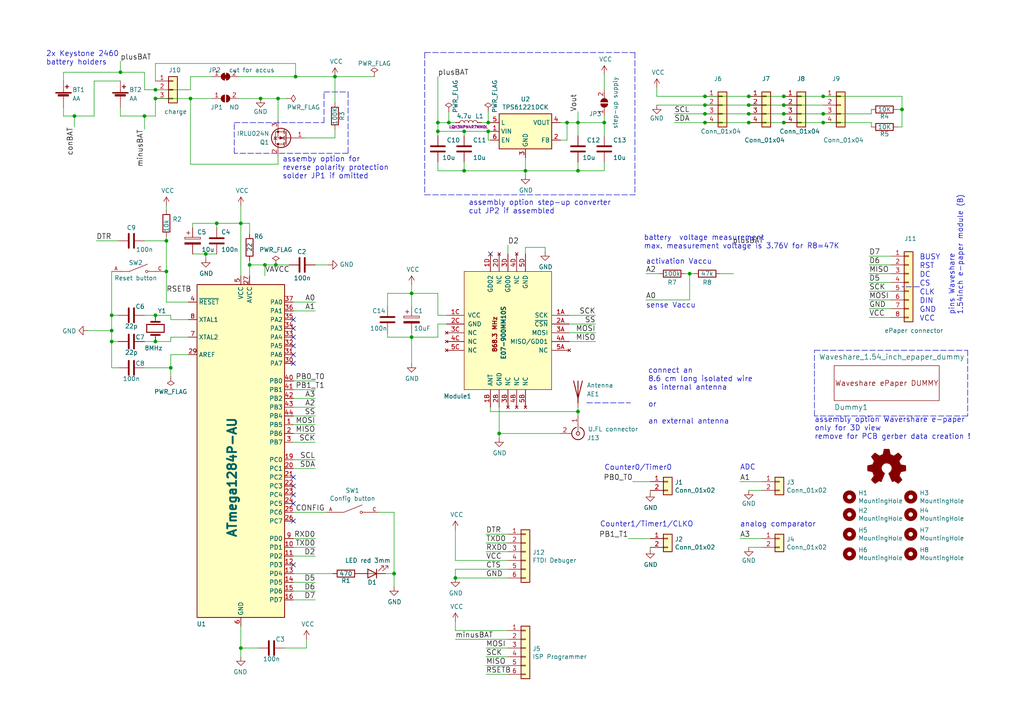
<source format=kicad_sch>
(kicad_sch (version 20211123) (generator eeschema)
  (paper "A4")
  (title_block (title "HB-UNI-SEN-BATT_ATMega1284P_E07-900MM10S_FUEL4EP") (date "2024-01-08") (rev "1.1") (company "FUEL4EP") (comment 1 "Creative Commons License, non-commercial") (comment 2 "connector for Waveshare e-paper module (B) 1.54inch (J11)") (comment 3 "ATMega1284P (TQFP)  and eByte E07 900MM10S transceiver module") (comment 4 "fork of Alexander Reinert's HB-UNI-SEN-BATT: major changes:"))
  (junction (at 21.59 33.655))
  (junction (at 114.3 166.37))
  (junction (at 152.4 49.53))
  (junction (at 238.76 33.02))
  (junction (at 32.385 91.44))
  (junction (at 141.605 35.56))
  (junction (at 49.53 106.68))
  (junction (at 144.78 125.73))
  (junction (at 227.33 33.02))
  (junction (at 62.865 64.77))
  (junction (at 97.155 22.225))
  (junction (at 227.33 27.94))
  (junction (at 130.175 35.56))
  (junction (at 34.925 20.955))
  (junction (at 72.39 76.835))
  (junction (at 217.17 27.94))
  (junction (at 134.62 49.53))
  (junction (at 119.38 85.09))
  (junction (at 69.85 64.77))
  (junction (at 238.76 27.94))
  (junction (at 167.64 35.56))
  (junction (at 127 35.56))
  (junction (at 167.64 49.53))
  (junction (at 167.64 119.38))
  (junction (at 85.725 22.225))
  (junction (at 261.62 31.75))
  (junction (at 41.91 33.655))
  (junction (at 45.085 28.575))
  (junction (at 80.01 76.835))
  (junction (at 55.245 28.575))
  (junction (at 141.605 38.1))
  (junction (at 238.76 35.56))
  (junction (at 204.47 27.94))
  (junction (at 217.17 35.56))
  (junction (at 132.08 167.64))
  (junction (at 164.465 35.56))
  (junction (at 75.565 28.575))
  (junction (at 119.38 97.79))
  (junction (at 45.085 91.44))
  (junction (at 127 38.1))
  (junction (at 32.385 95.885))
  (junction (at 227.33 30.48))
  (junction (at 76.835 76.835))
  (junction (at 204.47 35.56))
  (junction (at 59.69 73.66))
  (junction (at 48.26 78.74))
  (junction (at 175.26 35.56))
  (junction (at 217.17 33.02))
  (junction (at 200.025 79.375))
  (junction (at 45.085 26.035))
  (junction (at 45.085 99.06))
  (junction (at 80.645 28.575))
  (junction (at 204.47 30.48))
  (junction (at 204.47 33.02))
  (junction (at 48.26 69.85))
  (junction (at 69.85 187.96))
  (junction (at 217.17 30.48))
  (junction (at 32.385 99.06))
  (junction (at 227.33 35.56))
  (junction (at 134.62 38.1))
  (no_connect (at 85.09 151.13))
  (no_connect (at 85.09 95.25))
  (no_connect (at 85.09 146.05))
  (no_connect (at 142.24 73.66))
  (no_connect (at 85.09 97.79))
  (no_connect (at 85.09 138.43))
  (no_connect (at 85.09 105.41))
  (no_connect (at 85.09 143.51))
  (no_connect (at 85.09 163.83))
  (no_connect (at 85.09 92.71))
  (no_connect (at 85.09 100.33))
  (no_connect (at 85.09 140.97))
  (no_connect (at 85.09 102.87))
  (wire (pts (xy 141.605 35.56) (xy 139.7 35.56)))
  (wire (pts (xy 97.155 29.845) (xy 97.155 22.225)))
  (wire (pts (xy 109.855 148.59) (xy 114.3 148.59)))
  (wire (pts (xy 34.925 17.78) (xy 34.925 20.955)))
  (wire (pts (xy 165.1 96.52) (xy 172.72 96.52)))
  (wire (pts (xy 34.29 69.85) (xy 27.94 69.85)))
  (wire (pts (xy 32.385 99.06) (xy 32.385 106.68)))
  (wire (pts (xy 41.91 106.68) (xy 49.53 106.68)))
  (wire (pts (xy 85.09 161.29) (xy 91.44 161.29)))
  (wire (pts (xy 261.62 27.94) (xy 261.62 31.75)))
  (wire (pts (xy 119.38 105.41) (xy 119.38 97.79)))
  (wire (pts (xy 204.47 27.94) (xy 217.17 27.94)))
  (wire (pts (xy 217.17 142.24) (xy 220.98 142.24)))
  (wire (pts (xy 238.76 33.02) (xy 227.33 33.02)))
  (wire (pts (xy 141.605 35.56) (xy 141.605 32.385)))
  (wire (pts (xy 48.26 68.58) (xy 48.26 69.85)))
  (wire (pts (xy 55.245 47.625) (xy 80.645 47.625)))
  (wire (pts (xy 167.64 49.53) (xy 167.64 46.99)))
  (wire (pts (xy 88.9 187.96) (xy 88.9 185.42)))
  (wire (pts (xy 82.55 187.96) (xy 88.9 187.96)))
  (polyline (pts (xy 100.965 26.67) (xy 100.965 44.45)))
  (wire (pts (xy 188.595 156.21) (xy 182.245 156.21)))
  (wire (pts (xy 72.39 76.835) (xy 72.39 80.01)))
  (wire (pts (xy 191.135 79.375) (xy 187.325 79.375)))
  (wire (pts (xy 134.62 49.53) (xy 152.4 49.53)))
  (wire (pts (xy 55.245 26.035) (xy 55.245 22.225)))
  (wire (pts (xy 190.5 27.94) (xy 190.5 25.4)))
  (wire (pts (xy 85.09 120.65) (xy 91.44 120.65)))
  (wire (pts (xy 85.09 90.17) (xy 91.44 90.17)))
  (wire (pts (xy 119.38 97.79) (xy 112.395 97.79)))
  (wire (pts (xy 45.085 26.035) (xy 55.245 26.035)))
  (wire (pts (xy 195.58 33.02) (xy 204.47 33.02)))
  (polyline (pts (xy 266.7 83.185) (xy 261.62 83.185)))
  (wire (pts (xy 165.1 91.44) (xy 172.72 91.44)))
  (wire (pts (xy 175.26 33.655) (xy 175.26 35.56)))
  (wire (pts (xy 55.88 73.66) (xy 59.69 73.66)))
  (wire (pts (xy 85.09 115.57) (xy 91.44 115.57)))
  (wire (pts (xy 27.305 23.495) (xy 34.925 23.495)))
  (wire (pts (xy 132.08 162.56) (xy 132.08 153.67)))
  (wire (pts (xy 217.17 27.94) (xy 227.33 27.94)))
  (wire (pts (xy 114.3 166.37) (xy 114.3 170.18)))
  (wire (pts (xy 200.025 86.995) (xy 187.325 86.995)))
  (wire (pts (xy 85.09 158.75) (xy 91.44 158.75)))
  (wire (pts (xy 134.62 38.1) (xy 134.62 39.37)))
  (wire (pts (xy 167.64 49.53) (xy 175.26 49.53)))
  (wire (pts (xy 48.26 78.74) (xy 48.26 87.63)))
  (wire (pts (xy 83.82 76.835) (xy 80.01 76.835)))
  (wire (pts (xy 21.59 33.655) (xy 27.305 33.655)))
  (wire (pts (xy 260.35 31.75) (xy 261.62 31.75)))
  (polyline (pts (xy 123.19 15.24) (xy 123.19 56.515)))
  (wire (pts (xy 49.53 106.68) (xy 49.53 102.87)))
  (wire (pts (xy 158.115 71.755) (xy 158.115 73.025)))
  (wire (pts (xy 97.155 37.465) (xy 97.155 40.005)))
  (wire (pts (xy 147.32 193.04) (xy 140.97 193.04)))
  (wire (pts (xy 227.33 27.94) (xy 238.76 27.94)))
  (wire (pts (xy 258.445 86.995) (xy 252.095 86.995)))
  (wire (pts (xy 134.62 49.53) (xy 127 49.53)))
  (wire (pts (xy 127 97.79) (xy 119.38 97.79)))
  (wire (pts (xy 25.4 95.885) (xy 32.385 95.885)))
  (wire (pts (xy 45.085 18.415) (xy 85.725 18.415)))
  (wire (pts (xy 76.835 80.01) (xy 76.835 76.835)))
  (wire (pts (xy 142.24 35.56) (xy 141.605 35.56)))
  (wire (pts (xy 85.09 156.21) (xy 91.44 156.21)))
  (wire (pts (xy 127 85.09) (xy 119.38 85.09)))
  (wire (pts (xy 59.69 73.66) (xy 62.865 73.66)))
  (wire (pts (xy 49.53 92.71) (xy 54.61 92.71)))
  (wire (pts (xy 61.595 22.225) (xy 55.245 22.225)))
  (wire (pts (xy 119.38 82.55) (xy 119.38 85.09)))
  (wire (pts (xy 97.155 40.005) (xy 88.265 40.005)))
  (wire (pts (xy 76.835 76.835) (xy 72.39 76.835)))
  (wire (pts (xy 34.925 33.655) (xy 41.91 33.655)))
  (wire (pts (xy 80.645 28.575) (xy 83.185 28.575)))
  (wire (pts (xy 34.925 31.115) (xy 34.925 33.655)))
  (wire (pts (xy 147.32 160.02) (xy 140.97 160.02)))
  (polyline (pts (xy 67.945 35.56) (xy 93.98 35.56)))
  (wire (pts (xy 208.915 79.375) (xy 212.725 79.375)))
  (wire (pts (xy 41.91 33.655) (xy 45.085 33.655)))
  (wire (pts (xy 141.605 38.1) (xy 134.62 38.1)))
  (wire (pts (xy 152.4 49.53) (xy 167.64 49.53)))
  (wire (pts (xy 41.91 33.655) (xy 41.91 37.465)))
  (wire (pts (xy 147.32 182.88) (xy 132.08 182.88)))
  (wire (pts (xy 142.24 40.64) (xy 141.605 40.64)))
  (wire (pts (xy 85.09 110.49) (xy 91.44 110.49)))
  (wire (pts (xy 45.085 23.495) (xy 45.085 18.415)))
  (wire (pts (xy 45.085 91.44) (xy 41.91 91.44)))
  (wire (pts (xy 214.63 156.21) (xy 220.98 156.21)))
  (wire (pts (xy 127 38.1) (xy 127 39.37)))
  (wire (pts (xy 252.73 35.56) (xy 252.73 36.83)))
  (wire (pts (xy 132.08 35.56) (xy 130.175 35.56)))
  (wire (pts (xy 85.725 18.415) (xy 85.725 22.225)))
  (wire (pts (xy 195.58 35.56) (xy 204.47 35.56)))
  (wire (pts (xy 55.245 28.575) (xy 45.085 28.575)))
  (wire (pts (xy 47.625 78.74) (xy 48.26 78.74)))
  (wire (pts (xy 204.47 30.48) (xy 217.17 30.48)))
  (wire (pts (xy 175.26 49.53) (xy 175.26 46.99)))
  (wire (pts (xy 127 93.98) (xy 127 97.79)))
  (polyline (pts (xy 170.18 116.84) (xy 182.88 116.84)))
  (polyline (pts (xy 93.98 26.67) (xy 100.965 26.67)))
  (wire (pts (xy 18.415 31.115) (xy 18.415 33.655)))
  (wire (pts (xy 152.4 45.72) (xy 152.4 49.53)))
  (wire (pts (xy 41.91 26.035) (xy 41.91 20.955)))
  (wire (pts (xy 111.76 166.37) (xy 114.3 166.37)))
  (wire (pts (xy 55.245 28.575) (xy 55.245 47.625)))
  (wire (pts (xy 141.605 40.64) (xy 141.605 38.1)))
  (wire (pts (xy 198.755 79.375) (xy 200.025 79.375)))
  (wire (pts (xy 134.62 46.99) (xy 134.62 49.53)))
  (wire (pts (xy 85.09 123.19) (xy 91.44 123.19)))
  (wire (pts (xy 85.09 125.73) (xy 91.44 125.73)))
  (wire (pts (xy 85.09 118.11) (xy 91.44 118.11)))
  (wire (pts (xy 48.26 87.63) (xy 54.61 87.63)))
  (wire (pts (xy 55.88 64.77) (xy 55.88 66.04)))
  (wire (pts (xy 85.09 128.27) (xy 91.44 128.27)))
  (polyline (pts (xy 184.15 15.24) (xy 184.15 56.515)))
  (wire (pts (xy 238.76 27.94) (xy 261.62 27.94)))
  (polyline (pts (xy 123.19 56.515) (xy 184.15 56.515)))
  (wire (pts (xy 54.61 97.79) (xy 49.53 97.79)))
  (wire (pts (xy 18.415 23.495) (xy 18.415 20.955)))
  (wire (pts (xy 144.78 125.73) (xy 144.78 127)))
  (wire (pts (xy 85.09 133.35) (xy 91.44 133.35)))
  (wire (pts (xy 132.08 185.42) (xy 147.32 185.42)))
  (wire (pts (xy 85.725 22.225) (xy 97.155 22.225)))
  (wire (pts (xy 129.54 91.44) (xy 127 91.44)))
  (wire (pts (xy 258.445 79.375) (xy 252.095 79.375)))
  (wire (pts (xy 119.38 85.09) (xy 112.395 85.09)))
  (wire (pts (xy 127 35.56) (xy 127 38.1)))
  (wire (pts (xy 175.26 35.56) (xy 175.26 39.37)))
  (polyline (pts (xy 236.22 101.6) (xy 280.67 101.6)))
  (wire (pts (xy 132.08 165.1) (xy 147.32 165.1)))
  (wire (pts (xy 167.64 119.38) (xy 167.64 118.11)))
  (wire (pts (xy 167.64 119.38) (xy 167.64 120.65)))
  (wire (pts (xy 152.4 71.755) (xy 158.115 71.755)))
  (wire (pts (xy 130.175 35.56) (xy 130.175 32.385)))
  (polyline (pts (xy 67.945 44.45) (xy 67.945 35.56)))
  (wire (pts (xy 32.385 106.68) (xy 34.29 106.68)))
  (wire (pts (xy 217.17 158.75) (xy 220.98 158.75)))
  (wire (pts (xy 258.445 76.835) (xy 252.095 76.835)))
  (wire (pts (xy 167.64 32.385) (xy 167.64 35.56)))
  (wire (pts (xy 220.98 139.7) (xy 214.63 139.7)))
  (wire (pts (xy 55.245 28.575) (xy 61.595 28.575)))
  (wire (pts (xy 69.85 181.61) (xy 69.85 187.96)))
  (wire (pts (xy 72.39 64.77) (xy 72.39 67.945)))
  (wire (pts (xy 49.53 102.87) (xy 54.61 102.87)))
  (wire (pts (xy 80.01 76.835) (xy 76.835 76.835)))
  (wire (pts (xy 69.85 59.69) (xy 69.85 64.77)))
  (wire (pts (xy 132.08 182.88) (xy 132.08 180.34)))
  (wire (pts (xy 85.09 113.03) (xy 91.44 113.03)))
  (wire (pts (xy 85.09 87.63) (xy 91.44 87.63)))
  (wire (pts (xy 18.415 33.655) (xy 21.59 33.655)))
  (wire (pts (xy 96.52 166.37) (xy 85.09 166.37)))
  (polyline (pts (xy 236.22 120.65) (xy 236.22 101.6)))
  (wire (pts (xy 258.445 84.455) (xy 252.095 84.455)))
  (wire (pts (xy 167.64 35.56) (xy 167.64 39.37)))
  (wire (pts (xy 188.595 142.875) (xy 188.595 142.24)))
  (polyline (pts (xy 123.19 15.24) (xy 184.15 15.24)))
  (wire (pts (xy 227.33 30.48) (xy 238.76 30.48)))
  (wire (pts (xy 188.595 139.7) (xy 183.515 139.7)))
  (wire (pts (xy 204.47 35.56) (xy 217.17 35.56)))
  (wire (pts (xy 85.09 171.45) (xy 91.44 171.45)))
  (wire (pts (xy 69.215 22.225) (xy 85.725 22.225)))
  (wire (pts (xy 32.385 91.44) (xy 32.385 95.885)))
  (wire (pts (xy 147.32 187.96) (xy 140.97 187.96)))
  (wire (pts (xy 94.615 148.59) (xy 85.09 148.59)))
  (wire (pts (xy 164.465 40.64) (xy 164.465 35.56)))
  (wire (pts (xy 80.645 34.925) (xy 80.645 28.575)))
  (wire (pts (xy 162.56 40.64) (xy 164.465 40.64)))
  (wire (pts (xy 142.24 118.11) (xy 142.24 119.38)))
  (wire (pts (xy 91.44 76.835) (xy 95.25 76.835)))
  (wire (pts (xy 258.445 74.295) (xy 252.095 74.295)))
  (wire (pts (xy 49.53 99.06) (xy 45.085 99.06)))
  (wire (pts (xy 119.38 85.09) (xy 119.38 88.9)))
  (wire (pts (xy 74.93 187.96) (xy 69.85 187.96)))
  (wire (pts (xy 204.47 33.02) (xy 217.17 33.02)))
  (wire (pts (xy 32.385 78.74) (xy 32.385 91.44)))
  (wire (pts (xy 69.215 28.575) (xy 75.565 28.575)))
  (wire (pts (xy 127 22.225) (xy 127 35.56)))
  (wire (pts (xy 114.3 148.59) (xy 114.3 166.37)))
  (wire (pts (xy 85.09 168.91) (xy 91.44 168.91)))
  (wire (pts (xy 108.585 22.225) (xy 97.155 22.225)))
  (wire (pts (xy 188.595 159.385) (xy 188.595 158.75)))
  (wire (pts (xy 69.85 64.77) (xy 69.85 80.01)))
  (polyline (pts (xy 280.67 120.65) (xy 236.22 120.65)))
  (wire (pts (xy 112.395 85.09) (xy 112.395 88.9)))
  (wire (pts (xy 45.085 28.575) (xy 45.085 33.655)))
  (wire (pts (xy 119.38 97.79) (xy 119.38 96.52)))
  (wire (pts (xy 80.645 45.085) (xy 80.645 47.625)))
  (wire (pts (xy 69.85 64.77) (xy 72.39 64.77)))
  (wire (pts (xy 21.59 36.83) (xy 21.59 33.655)))
  (wire (pts (xy 227.33 30.48) (xy 217.17 30.48)))
  (wire (pts (xy 41.91 69.85) (xy 48.26 69.85)))
  (wire (pts (xy 142.24 38.1) (xy 141.605 38.1)))
  (wire (pts (xy 152.4 73.66) (xy 152.4 71.755)))
  (wire (pts (xy 49.53 109.22) (xy 49.53 106.68)))
  (wire (pts (xy 34.29 99.06) (xy 32.385 99.06)))
  (wire (pts (xy 142.24 119.38) (xy 167.64 119.38)))
  (wire (pts (xy 59.69 73.66) (xy 59.69 74.93)))
  (wire (pts (xy 227.33 33.02) (xy 217.17 33.02)))
  (wire (pts (xy 258.445 89.535) (xy 252.095 89.535)))
  (wire (pts (xy 48.26 69.85) (xy 48.26 78.74)))
  (wire (pts (xy 258.445 81.915) (xy 252.095 81.915)))
  (wire (pts (xy 144.78 125.73) (xy 162.56 125.73)))
  (wire (pts (xy 200.025 79.375) (xy 201.295 79.375)))
  (wire (pts (xy 165.1 93.98) (xy 172.72 93.98)))
  (wire (pts (xy 261.62 31.75) (xy 261.62 36.83)))
  (wire (pts (xy 227.33 35.56) (xy 217.17 35.56)))
  (polyline (pts (xy 280.67 101.6) (xy 280.67 120.65)))
  (wire (pts (xy 147.32 154.94) (xy 140.97 154.94)))
  (wire (pts (xy 164.465 35.56) (xy 162.56 35.56)))
  (wire (pts (xy 27.305 23.495) (xy 27.305 33.655)))
  (wire (pts (xy 75.565 28.575) (xy 80.645 28.575)))
  (polyline (pts (xy 93.98 35.56) (xy 93.98 26.67)))
  (wire (pts (xy 200.025 79.375) (xy 200.025 86.995)))
  (wire (pts (xy 175.26 26.035) (xy 175.26 21.59)))
  (wire (pts (xy 167.64 35.56) (xy 164.465 35.56)))
  (wire (pts (xy 165.1 99.06) (xy 172.72 99.06)))
  (wire (pts (xy 49.53 97.79) (xy 49.53 99.06)))
  (wire (pts (xy 127 49.53) (xy 127 46.99)))
  (wire (pts (xy 127 91.44) (xy 127 85.09)))
  (wire (pts (xy 62.865 64.77) (xy 62.865 66.04)))
  (wire (pts (xy 190.5 27.94) (xy 204.47 27.94)))
  (wire (pts (xy 130.175 35.56) (xy 127 35.56)))
  (wire (pts (xy 85.09 135.89) (xy 91.44 135.89)))
  (wire (pts (xy 69.85 187.96) (xy 69.85 190.5)))
  (wire (pts (xy 147.32 157.48) (xy 140.97 157.48)))
  (wire (pts (xy 32.385 95.885) (xy 32.385 99.06)))
  (wire (pts (xy 147.32 190.5) (xy 140.97 190.5)))
  (wire (pts (xy 129.54 93.98) (xy 127 93.98)))
  (wire (pts (xy 62.865 64.77) (xy 55.88 64.77)))
  (wire (pts (xy 132.08 167.64) (xy 147.32 167.64)))
  (wire (pts (xy 49.53 91.44) (xy 45.085 91.44)))
  (wire (pts (xy 45.085 26.035) (xy 41.91 26.035)))
  (wire (pts (xy 112.395 97.79) (xy 112.395 96.52)))
  (wire (pts (xy 134.62 38.1) (xy 127 38.1)))
  (wire (pts (xy 238.76 35.56) (xy 252.73 35.56)))
  (wire (pts (xy 252.73 33.02) (xy 252.73 31.75)))
  (wire (pts (xy 85.09 173.99) (xy 91.44 173.99)))
  (wire (pts (xy 45.085 99.06) (xy 41.91 99.06)))
  (wire (pts (xy 238.76 35.56) (xy 227.33 35.56)))
  (wire (pts (xy 48.26 59.69) (xy 48.26 60.96)))
  (polyline (pts (xy 100.965 44.45) (xy 67.945 44.45)))
  (wire (pts (xy 152.4 49.53) (xy 152.4 50.8)))
  (wire (pts (xy 147.32 195.58) (xy 140.97 195.58)))
  (wire (pts (xy 34.29 91.44) (xy 32.385 91.44)))
  (wire (pts (xy 132.08 165.1) (xy 132.08 167.64)))
  (wire (pts (xy 62.865 64.77) (xy 69.85 64.77)))
  (wire (pts (xy 167.64 35.56) (xy 175.26 35.56)))
  (wire (pts (xy 238.76 33.02) (xy 252.73 33.02)))
  (wire (pts (xy 49.53 92.71) (xy 49.53 91.44)))
  (wire (pts (xy 147.32 71.12) (xy 147.32 73.66)))
  (wire (pts (xy 72.39 75.565) (xy 72.39 76.835)))
  (wire (pts (xy 190.5 30.48) (xy 204.47 30.48)))
  (wire (pts (xy 34.925 20.955) (xy 41.91 20.955)))
  (wire (pts (xy 18.415 20.955) (xy 34.925 20.955)))
  (wire (pts (xy 258.445 92.075) (xy 252.095 92.075)))
  (wire (pts (xy 261.62 36.83) (xy 260.35 36.83)))
  (wire (pts (xy 144.78 118.11) (xy 144.78 125.73)))
  (wire (pts (xy 132.08 162.56) (xy 147.32 162.56)))
  (text "RST" (at 266.7 78.105 0) (effects (font (size 1.524 1.524)) (justify left bottom)))
  (text "CLK" (at 266.7 85.725 0) (effects (font (size 1.524 1.524)) (justify left bottom)))
  (text "analog comparator" (at 214.63 153.035 0) (effects (font (size 1.524 1.524)) (justify left bottom)))
  (text "connect an\n8.6 cm long isolated wire\nas internal antenna\n\nor\n\nan external antenna" (at 187.96 123.19 0) (effects (font (size 1.524 1.524)) (justify left bottom)))
  (text "VCC" (at 266.7 93.345 0) (effects (font (size 1.524 1.524)) (justify left bottom)))
  (text "activation Vaccu" (at 187.325 76.835 0) (effects (font (size 1.524 1.524)) (justify left bottom)))
  (text "Counter1/Timer1/CLKO\n" (at 173.99 153.035 0) (effects (font (size 1.524 1.524)) (justify left bottom)))
  (text "assemby option for\nreverse polarity protection\nsolder JP1 if omitted" (at 81.915 52.07 0) (effects (font (size 1.524 1.524)) (justify left bottom)))
  (text "Counter0/Timer0\n\n" (at 175.26 139.065 0) (effects (font (size 1.524 1.524)) (justify left bottom)))
  (text "ADC" (at 214.63 136.525 0) (effects (font (size 1.524 1.524)) (justify left bottom)))
  (text "assembly option step-up converter\ncut JP2 if assembled" (at 135.89 62.23 0) (effects (font (size 1.524 1.524)) (justify left bottom)))
  (text "CS\n" (at 266.7 83.185 0) (effects (font (size 1.524 1.524)) (justify left bottom)))
  (text "battery  voltage measurement\nmax. measurement voltage is 3.76V for R8=47K" (at 186.69 72.39 0) (effects (font (size 1.524 1.524)) (justify left bottom)))
  (text "pins Waveshare\n1.54inch e-paper module (B)" (at 279.4 91.44 90) (effects (font (size 1.524 1.524)) (justify left bottom)))
  (text "sense Vaccu" (at 187.325 89.535 0) (effects (font (size 1.524 1.524)) (justify left bottom)))
  (text "2x Keystone 2460\nbattery holders" (at 13.335 19.05 0) (effects (font (size 1.524 1.524)) (justify left bottom)))
  (text "DC" (at 266.7 80.645 0) (effects (font (size 1.524 1.524)) (justify left bottom)))
  (text "GND" (at 266.7 90.805 0) (effects (font (size 1.524 1.524)) (justify left bottom)))
  (text "DIN" (at 266.7 88.265 0) (effects (font (size 1.524 1.524)) (justify left bottom)))
  (text "BUSY" (at 266.7 75.565 0) (effects (font (size 1.524 1.524)) (justify left bottom)))
  (text "assembly option Wavershare e-paper\nonly for 3D view\nremove for PCB gerber data creation !" (at 236.22 127.635 0) (effects (font (size 1.524 1.524)) (justify left bottom)))
  (label "SCL" (at 91.44 133.35 180) (effects (font (size 1.524 1.524))))
  (label "A0" (at 187.325 86.995 0) (effects (font (size 1.524 1.524))))
  (label "D5" (at 91.44 168.91 180) (effects (font (size 1.524 1.524))))
  (label "MOSI" (at 172.72 96.52 180) (effects (font (size 1.524 1.524))))
  (label "A1" (at 91.44 90.17 180) (effects (font (size 1.524 1.524))))
  (label "SS" (at 172.72 93.98 180) (effects (font (size 1.524 1.524))))
  (label "A1" (at 214.63 139.7 0) (effects (font (size 1.524 1.524))))
  (label "SDA" (at 91.44 135.89 180) (effects (font (size 1.524 1.524))))
  (label "VCC" (at 140.97 162.56 0) (effects (font (size 1.524 1.524))))
  (label "MOSI" (at 91.44 123.19 180) (effects (font (size 1.524 1.524))))
  (label "MISO" (at 172.72 99.06 180) (effects (font (size 1.524 1.524))))
  (label "D2" (at 91.44 161.29 180) (effects (font (size 1.524 1.524))))
  (label "minusBAT" (at 41.91 37.465 270) (effects (font (size 1.524 1.524))))
  (label "D2" (at 147.32 71.12 0) (effects (font (size 1.524 1.524))))
  (label "SCK" (at 140.97 190.5 0) (effects (font (size 1.524 1.524))))
  (label "MISO" (at 140.97 193.04 0) (effects (font (size 1.524 1.524))))
  (label "D6" (at 91.44 171.45 180) (effects (font (size 1.524 1.524))))
  (label "plusBAT" (at 127 22.225 0) (effects (font (size 1.524 1.524))))
  (label "plusBAT" (at 212.471 70.993 0) (effects (font (size 1.524 1.524))))
  (label "VCC" (at 252.095 92.075 0) (effects (font (size 1.524 1.524))))
  (label "DTR" (at 140.97 154.94 0) (effects (font (size 1.524 1.524))))
  (label "SDA" (at 195.58 35.56 0) (effects (font (size 1.524 1.524))))
  (label "MISO" (at 252.095 79.375 0) (effects (font (size 1.524 1.524))))
  (label "A2" (at 91.44 118.11 180) (effects (font (size 1.524 1.524))))
  (label "CONFIG" (at 85.725 148.59 0) (effects (font (size 1.524 1.524))))
  (label "PB0_T0" (at 183.515 139.7 180) (effects (font (size 1.524 1.524))))
  (label "PB1_T1" (at 85.725 113.03 0) (effects (font (size 1.524 1.524))))
  (label "conBAT" (at 21.59 36.83 270) (effects (font (size 1.524 1.524))))
  (label "SCL" (at 195.58 33.02 0) (effects (font (size 1.524 1.524))))
  (label "A3" (at 214.63 156.21 0) (effects (font (size 1.524 1.524))))
  (label "SCK" (at 252.095 84.455 0) (effects (font (size 1.524 1.524))))
  (label "PB1_T1" (at 182.245 156.21 180) (effects (font (size 1.524 1.524))))
  (label "RSETB" (at 48.26 85.09 0) (effects (font (size 1.524 1.524))))
  (label "D7" (at 252.095 74.295 0) (effects (font (size 1.524 1.524))))
  (label "Vout" (at 167.64 32.385 90) (effects (font (size 1.524 1.524))))
  (label "D7" (at 91.44 173.99 180) (effects (font (size 1.524 1.524))))
  (label "PB0_T0" (at 85.725 110.49 0) (effects (font (size 1.524 1.524))))
  (label "TXD0" (at 140.97 157.48 0) (effects (font (size 1.524 1.524))))
  (label "MOSI" (at 252.095 86.995 0) (effects (font (size 1.524 1.524))))
  (label "A2" (at 187.325 79.375 0) (effects (font (size 1.524 1.524))))
  (label "CTS" (at 140.97 165.1 0) (effects (font (size 1.524 1.524))))
  (label "GND" (at 140.97 167.64 0) (effects (font (size 1.524 1.524))))
  (label "minusBAT" (at 132.08 185.42 0) (effects (font (size 1.524 1.524))))
  (label "D5" (at 252.095 81.915 0) (effects (font (size 1.524 1.524))))
  (label "VAVCC" (at 76.835 79.375 0) (effects (font (size 1.524 1.524))))
  (label "SS" (at 91.44 120.65 180) (effects (font (size 1.524 1.524))))
  (label "DTR" (at 27.94 69.85 0) (effects (font (size 1.524 1.524))))
  (label "MISO" (at 91.44 125.73 180) (effects (font (size 1.524 1.524))))
  (label "SCK" (at 172.72 91.44 180) (effects (font (size 1.524 1.524))))
  (label "TXD0" (at 91.44 158.75 180) (effects (font (size 1.524 1.524))))
  (label "MOSI" (at 140.97 187.96 0) (effects (font (size 1.524 1.524))))
  (label "plusBAT" (at 34.925 17.78 0) (effects (font (size 1.524 1.524))))
  (label "RXD0" (at 91.44 156.21 180) (effects (font (size 1.524 1.524))))
  (label "A3" (at 91.44 115.57 180) (effects (font (size 1.524 1.524))))
  (label "GND" (at 252.095 89.535 0) (effects (font (size 1.524 1.524))))
  (label "RXD0" (at 140.97 160.02 0) (effects (font (size 1.524 1.524))))
  (label "A0" (at 91.44 87.63 180) (effects (font (size 1.524 1.524))))
  (label "RSETB" (at 140.97 195.58 0) (effects (font (size 1.524 1.524))))
  (label "D6" (at 252.095 76.835 0) (effects (font (size 1.524 1.524))))
  (label "SCK" (at 91.44 128.27 180) (effects (font (size 1.524 1.524))))
  (symbol (lib_id "Device:LED") (at 107.95 166.37 180) (unit 1)
    (property "Reference" "D1" (at 107.95 168.91 0))
    (property "Value" "LED red 3mm" (at 106.68 162.56 0))
    (property "Footprint" "LED_SMD:LED_0805_2012Metric_Pad1.15x1.40mm_HandSolder" (effects hide))
    (property "Datasheet" "https://datasheet.lcsc.com/lcsc/2008201032_Foshan-NationStar-Optoelectronics-NCD0805R1_C84256.pdf" (effects hide))
    (property "TYPE" "LED_0805" (effects hide))
    (property "LCSC" "C84256" (effects hide))
  )
  (symbol (lib_id "Device:R") (at 100.33 166.37 90) (mirror x) (unit 1)
    (property "Reference" "R1" (at 100.33 168.402 90))
    (property "Value" "470" (at 100.33 166.37 90))
    (property "Footprint" "Resistor_SMD:R_0805_2012Metric_Pad1.20x1.40mm_HandSolder" (effects hide))
    (property "Datasheet" "https://datasheet.lcsc.com/lcsc/1811050105_UNI-ROYAL-Uniroyal-Elec-0805W8F4700T5E_C17710.pdf" (effects hide))
    (property "TYPE" "0805" (effects hide))
    (property "LCSC" "C17710" (effects hide))
  )
  (symbol (lib_id "power:GND") (at 190.5 30.48 0) (unit 1)
    (property "Reference" "#PWR03" (effects hide))
    (property "Value" "GND" (at 190.5 34.29 0))
  )
  (symbol (lib_id "power:GND") (at 75.565 28.575 0) (unit 1)
    (property "Reference" "#PWR05" (effects hide))
    (property "Value" "GND" (at 75.565 32.385 0))
  )
  (symbol (lib_id "power:GND") (at 217.17 142.24 0) (unit 1)
    (property "Reference" "#PWR011" (effects hide))
    (property "Value" "GND" (at 217.17 146.05 0))
  )
  (symbol (lib_id "power:GND") (at 217.17 158.75 0) (unit 1)
    (property "Reference" "#PWR012" (effects hide))
    (property "Value" "GND" (at 217.17 162.56 0))
  )
  (symbol (lib_id "power:PWR_FLAG") (at 108.585 22.225 0) (unit 1)
    (property "Reference" "#FLG014" (effects hide))
    (property "Value" "PWR_FLAG" (at 108.585 18.415 0))
  )
  (symbol (lib_id "Device:Battery_Cell") (at 18.415 28.575 0) (unit 1) (in_bom no)
    (property "Reference" "BT1" (at 20.955 26.035 0) (effects (justify left)))
    (property "Value" "AA" (at 20.955 28.575 0) (effects (justify left)))
    (property "Footprint" "FUEL4EP:BatteryHolder_Keystone_2460_1xAA" (effects hide))
    (property "TYPE" "0" (effects hide))
  )
  (symbol (lib_id "Device:Battery_Cell") (at 34.925 28.575 0) (unit 1) (in_bom no)
    (property "Reference" "BT2" (at 37.465 26.035 0) (effects (justify left)))
    (property "Value" "AA" (at 37.465 28.575 0) (effects (justify left)))
    (property "Footprint" "FUEL4EP:BatteryHolder_Keystone_2460_1xAA" (effects hide))
    (property "TYPE" "0" (effects hide))
  )
  (symbol (lib_id "Device:C_Polarized") (at 119.38 92.71 0) (unit 1)
    (property "Reference" "C1" (at 120.015 90.17 0) (effects (justify left)))
    (property "Value" "10uF" (at 120.015 95.25 0) (effects (justify left)))
    (property "Footprint" "Capacitor_SMD:C_0402_1005Metric" (effects hide))
    (property "TYPE" "0402" (effects hide))
    (property "LCSC" "C15525" (effects hide))
  )
  (symbol (lib_id "Device:R") (at 256.54 31.75 270) (unit 1)
    (property "Reference" "R4" (at 256.54 33.782 90))
    (property "Value" "10K" (at 256.54 31.75 90))
    (property "Footprint" "Resistor_SMD:R_0805_2012Metric_Pad1.20x1.40mm_HandSolder" (effects hide))
    (property "Datasheet" "https://datasheet.lcsc.com/lcsc/2304140030_LIZ-Elec-CR0805J80114G_C101933.pdf" (effects hide))
    (property "TYPE" "R0805" (effects hide))
    (property "LCSC" "C101933" (effects hide))
  )
  (symbol (lib_id "Device:R") (at 256.54 36.83 270) (unit 1)
    (property "Reference" "R5" (at 256.54 38.862 90))
    (property "Value" "10K" (at 256.54 36.83 90))
    (property "Footprint" "Resistor_SMD:R_0805_2012Metric_Pad1.20x1.40mm_HandSolder" (effects hide))
    (property "Datasheet" "https://datasheet.lcsc.com/lcsc/2304140030_LIZ-Elec-CR0805J80114G_C101933.pdf" (effects hide))
    (property "TYPE" "R0805" (effects hide))
    (property "LCSC" "C101933" (effects hide))
  )
  (symbol (lib_id "Device:Q_NMOS_GDS") (at 83.185 40.005 180) (unit 1)
    (property "Reference" "Q1" (at 78.105 41.275 0) (effects (justify left)))
    (property "Value" "IRLU024N" (at 78.105 38.735 0) (effects (justify left)))
    (property "Footprint" "Package_TO_SOT_THT:TO-251-3_Vertical" (effects hide))
    (property "Datasheet" "https://datasheet.lcsc.com/lcsc/2005221837_VBsemi-Elec-IRLU024NPBF_C558184.pdf" (effects hide))
    (property "LCSC" "C558184" (effects hide))
    (property "TYPE" "TO-251" (effects hide))
  )
  (symbol (lib_id "Device:R") (at 97.155 33.655 0) (unit 1)
    (property "Reference" "R3" (at 99.187 33.655 90))
    (property "Value" "100K" (at 97.155 33.655 90))
    (property "Footprint" "Resistor_SMD:R_0805_2012Metric_Pad1.20x1.40mm_HandSolder" (effects hide))
    (property "Datasheet" "https://datasheet.lcsc.com/lcsc/2304140030_KAMAYA-RMC1-10-104JTP_C340475.pdf" (effects hide))
    (property "TYPE" "R0805" (effects hide))
    (property "LCSC" "C340475" (effects hide))
  )
  (symbol (lib_id "Jumper:SolderJumper_2_Open") (at 65.405 28.575 0) (unit 1)
    (property "Reference" "JP1" (at 62.865 31.115 0))
    (property "Value" "NO" (at 67.945 31.115 0))
    (property "Footprint" "FUEL4EP:SolderJumper-2_P1.3mm_Open_Pad1.0x1.5mm" (effects hide))
    (property "TYPE" "0" (effects hide))
  )
  (symbol (lib_id "Connector_Generic:Conn_01x02") (at 226.06 156.21 0) (unit 1)
    (property "Reference" "J4" (at 228.092 156.4132 0) (effects (justify left)))
    (property "Value" "Conn_01x02" (at 228.092 158.7246 0) (effects (justify left)))
    (property "Footprint" "Connector_PinHeader_2.54mm:PinHeader_1x02_P2.54mm_Vertical" (effects hide))
    (property "TYPE" "0" (effects hide))
  )
  (symbol (lib_id "Connector_Generic:Conn_01x02") (at 226.06 139.7 0) (unit 1)
    (property "Reference" "J3" (at 228.092 139.9032 0) (effects (justify left)))
    (property "Value" "Conn_01x02" (at 228.092 142.2146 0) (effects (justify left)))
    (property "Footprint" "Connector_PinHeader_2.54mm:PinHeader_1x02_P2.54mm_Vertical" (effects hide))
    (property "TYPE" "0" (effects hide))
  )
  (symbol (lib_id "Connector_Generic:Conn_01x03") (at 50.165 26.035 0) (unit 1)
    (property "Reference" "J10" (at 48.895 20.32 0) (effects (justify left)))
    (property "Value" "charge" (at 47.625 32.385 0) (effects (justify left)))
    (property "Footprint" "Connector_PinHeader_2.54mm:PinHeader_1x03_P2.54mm_Vertical" (effects hide))
    (property "TYPE" "0" (effects hide))
  )
  (symbol (lib_id "Connector_Generic:Conn_01x04") (at 209.55 30.48 0) (unit 1)
    (property "Reference" "J6" (at 207.01 22.86 0) (effects (justify left)))
    (property "Value" "Conn_01x04" (at 203.2 38.1 0) (effects (justify left)))
    (property "Footprint" "Connector_PinHeader_2.54mm:PinHeader_1x04_P2.54mm_Vertical" (effects hide))
    (property "TYPE" "0" (effects hide))
  )
  (symbol (lib_id "Connector_Generic:Conn_01x04") (at 222.25 30.48 0) (unit 1)
    (property "Reference" "J7" (at 220.98 22.86 0) (effects (justify left)))
    (property "Value" "Conn_01x04" (at 215.9 40.64 0) (effects (justify left)))
    (property "Footprint" "Connector_PinHeader_2.54mm:PinHeader_1x04_P2.54mm_Vertical" (effects hide))
    (property "TYPE" "0" (effects hide))
  )
  (symbol (lib_id "Connector_Generic:Conn_01x04") (at 232.41 30.48 0) (unit 1)
    (property "Reference" "J8" (at 231.14 22.86 0) (effects (justify left)))
    (property "Value" "Conn_01x04" (at 226.06 38.1 0) (effects (justify left)))
    (property "Footprint" "Connector_PinHeader_2.54mm:PinHeader_1x04_P2.54mm_Vertical" (effects hide))
    (property "TYPE" "0" (effects hide))
  )
  (symbol (lib_id "Connector_Generic:Conn_01x04") (at 243.84 30.48 0) (unit 1)
    (property "Reference" "J9" (at 241.3 22.86 0) (effects (justify left)))
    (property "Value" "Conn_01x04" (at 238.76 40.64 0) (effects (justify left)))
    (property "Footprint" "Connector_PinHeader_2.54mm:PinHeader_1x04_P2.54mm_Vertical" (effects hide))
    (property "TYPE" "0" (effects hide))
  )
  (symbol (lib_id "Connector_Generic:Conn_01x06") (at 152.4 187.96 0) (unit 1)
    (property "Reference" "J5" (at 154.432 188.1632 0) (effects (justify left)))
    (property "Value" "ISP Programmer" (at 154.432 190.4746 0) (effects (justify left)))
    (property "Footprint" "Connector_PinHeader_2.54mm:PinHeader_1x06_P2.54mm_Vertical" (effects hide))
    (property "TYPE" "0" (effects hide))
  )
  (symbol (lib_id "Jumper:SolderJumper_2_Bridged") (at 65.405 22.225 0) (unit 1)
    (property "Reference" "JP2" (at 62.23 20.32 0))
    (property "Value" "cut for accus" (at 73.025 20.32 0))
    (property "Footprint" "Jumper:SolderJumper-2_P1.3mm_Bridged_Pad1.0x1.5mm" (effects hide))
    (property "TYPE" "0" (effects hide))
  )
  (symbol (lib_id "power:GND") (at 119.38 105.41 0) (unit 1)
    (property "Reference" "#PWR09" (effects hide))
    (property "Value" "GND" (at 119.507 109.8042 0))
  )
  (symbol (lib_id "power:VCC") (at 119.38 82.55 0) (unit 1)
    (property "Reference" "#PWR013" (effects hide))
    (property "Value" "VCC" (at 119.761 78.1558 0))
  )
  (symbol (lib_id "Mechanical:MountingHole") (at 246.38 149.225 0) (unit 1) (in_bom no)
    (property "Reference" "H2" (at 248.92 148.0566 0) (effects (justify left)))
    (property "Value" "MountingHole" (at 248.92 150.368 0) (effects (justify left)))
    (property "Footprint" "FUEL4EP:MountingHole_2.2mm_M2_Pad_Via" (effects hide))
    (property "TYPE" "0" (effects hide))
  )
  (symbol (lib_id "Mechanical:MountingHole") (at 246.38 144.145 0) (unit 1) (in_bom no)
    (property "Reference" "H1" (at 248.92 142.9766 0) (effects (justify left)))
    (property "Value" "MountingHole" (at 248.92 145.288 0) (effects (justify left)))
    (property "Footprint" "FUEL4EP:MountingHole_2.2mm_M2_Pad_Via" (effects hide))
    (property "TYPE" "0" (effects hide))
  )
  (symbol (lib_id "Graphic:Logo_Open_Hardware_Small") (at 257.175 135.89 0) (unit 1) (in_bom no)
    (property "Reference" "LOGO1" (effects hide))
    (property "Value" "Logo_Open_Hardware_Small" (effects hide))
    (property "Footprint" "FUEL4EP:CC-BY-ND-SA" (effects hide))
    (property "TYPE" "0" (effects hide))
  )
  (symbol (lib_id "Mechanical:MountingHole") (at 264.16 144.145 0) (unit 1) (in_bom no)
    (property "Reference" "H3" (at 266.7 142.9766 0) (effects (justify left)))
    (property "Value" "MountingHole" (at 266.7 145.288 0) (effects (justify left)))
    (property "Footprint" "FUEL4EP:MountingHole_2.2mm_M2_Pad_Via" (effects hide))
    (property "TYPE" "0" (effects hide))
  )
  (symbol (lib_id "FUEL4EP:Conn_01x08") (at 263.525 81.915 0) (unit 1)
    (property "Reference" "J11" (at 262.255 69.215 0) (effects (justify left)))
    (property "Value" "ePaper connector" (at 256.54 95.885 0) (effects (justify left)))
    (property "Footprint" "FUEL4EP:PinPads_1x08_P2.00mm_Vertical" (effects hide))
    (property "TYPE" "0" (effects hide))
  )
  (symbol (lib_id "Mechanical:MountingHole") (at 264.16 149.225 0) (unit 1) (in_bom no)
    (property "Reference" "H4" (at 266.7 148.0566 0) (effects (justify left)))
    (property "Value" "MountingHole" (at 266.7 150.368 0) (effects (justify left)))
    (property "Footprint" "FUEL4EP:MountingHole_2.2mm_M2_Pad_Via" (effects hide))
    (property "TYPE" "0" (effects hide))
  )
  (symbol (lib_id "MCU_Microchip_ATmega:ATmega1284P-A") (at 69.85 130.81 0) (unit 1)
    (property "Reference" "U1" (at 58.42 180.975 0))
    (property "Value" "ATmega1284P-AU" (at 67.31 138.43 90) (effects (font (size 2.54 2.54) bold)))
    (property "Footprint" "Package_QFP:TQFP-44_10x10mm_P0.8mm" (effects hide))
    (property "Datasheet" "http://ww1.microchip.com/downloads/en/DeviceDoc/Atmel-8272-8-bit-AVR-microcontroller-ATmega164A_PA-324A_PA-644A_PA-1284_P_datasheet.pdf" (effects hide))
    (property "TYPE" "TQFP-44_10.0x10.0x0.8P" (effects hide))
    (property "LCSC" "C33575" (effects hide))
  )
  (symbol (lib_id "power:PWR_FLAG") (at 49.53 109.22 180) (unit 1)
    (property "Reference" "#FLG0102" (effects hide))
    (property "Value" "PWR_FLAG" (at 49.53 113.6142 0))
  )
  (symbol (lib_id "FUEL4EP:TS-1187A-B-A-B") (at 40.005 78.74 0) (unit 1)
    (property "Reference" "SW2" (at 39.37 76.2 0))
    (property "Value" "Reset button" (at 39.37 80.645 0))
    (property "Footprint" "FUEL4EP:SW_TS-1187A-B-A-B" (effects hide))
    (property "Datasheet" "https://datasheet.lcsc.com/lcsc/2002271431_XKB-Connectivity-TS-1187A-B-A-B_C318884.pdf" (effects hide))
    (property "PARTREV" "A0" (effects hide))
    (property "MANUFACTURER" "XKB Industrial Precision" (effects hide))
    (property "MAXIMUM_PACKAGE_HEIGHT" "1.5mm" (effects hide))
    (property "STANDARD" "Manufacturer Recommendations" (effects hide))
    (property "TYPE" "SMD-SW-4_5.1x5.1x1.5" (effects hide))
    (property "LCSC" "C318884" (effects hide))
  )
  (symbol (lib_id "FUEL4EP:TS-1187A-B-A-B") (at 102.235 148.59 0) (unit 1)
    (property "Reference" "SW1" (at 102.235 142.2654 0))
    (property "Value" "Config button" (at 102.235 144.5768 0))
    (property "Footprint" "FUEL4EP:SW_TS-1187A-B-A-B" (effects hide))
    (property "Datasheet" "https://datasheet.lcsc.com/lcsc/2002271431_XKB-Connectivity-TS-1187A-B-A-B_C318884.pdf" (effects hide))
    (property "PARTREV" "A0" (effects hide))
    (property "MANUFACTURER" "XKB Industrial Precision" (effects hide))
    (property "MAXIMUM_PACKAGE_HEIGHT" "1.5mm" (effects hide))
    (property "STANDARD" "Manufacturer Recommendations" (effects hide))
    (property "TYPE" "SMD-SW-4_5.1x5.1x1.5" (effects hide))
    (property "LCSC" "C318884" (effects hide))
  )
  (symbol (lib_id "FUEL4EP:Waveshare_1.54_inch_epaper_dummy") (at 241.935 106.045 0) (unit 1) (in_bom no) (on_board no)
    (property "Reference" "Dummy1" (at 241.935 118.11 0) (effects (font (size 1.524 1.524)) (justify left)))
    (property "Value" "Waveshare_1.54_inch_epaper_dummy" (at 237.49 103.505 0) (effects (font (size 1.524 1.524)) (justify left)))
    (property "Footprint" "FUEL4EP:Waveshare_ePaper_module" (effects hide))
    (property "Datasheet" "https://www.waveshare.com/product/1.54inch-e-paper-module.htm" (effects hide))
    (property "TYPE" "0" (effects hide))
  )
  (symbol (lib_id "power:VCC") (at 132.08 180.34 0) (unit 1)
    (property "Reference" "#PWR0103" (effects hide))
    (property "Value" "VCC" (at 132.461 175.9458 0))
  )
  (symbol (lib_id "Device:R") (at 194.945 79.375 270) (unit 1)
    (property "Reference" "R7" (at 194.945 81.915 90))
    (property "Value" "100k" (at 194.945 79.375 90))
    (property "Footprint" "Resistor_SMD:R_0805_2012Metric_Pad1.20x1.40mm_HandSolder" (effects hide))
    (property "Datasheet" "https://datasheet.lcsc.com/lcsc/1809140123_UNI-ROYAL-Uniroyal-Elec-0805W8F100KT5E_C25271.pdf" (effects hide))
    (property "TYPE" "0805" (effects hide))
    (property "LCSC" "C25271" (effects hide))
  )
  (symbol (lib_id "Device:R") (at 205.105 79.375 270) (unit 1)
    (property "Reference" "R8" (at 205.105 81.915 90))
    (property "Value" "47k" (at 205.105 79.375 90))
    (property "Footprint" "Resistor_SMD:R_0805_2012Metric_Pad1.20x1.40mm_HandSolder" (effects hide))
    (property "Datasheet" "https://datasheet.lcsc.com/lcsc/1809281715_UNI-ROYAL-Uniroyal-Elec-0805W8F4702T5E_C17713.pdf" (effects hide))
    (property "TYPE" "0805" (effects hide))
    (property "LCSC" "C17713" (effects hide))
  )
  (symbol (lib_id "Device:R") (at 72.39 71.755 0) (unit 1)
    (property "Reference" "R6" (at 73.66 68.58 0) (effects (justify left)))
    (property "Value" "22" (at 72.39 73.025 90) (effects (justify left)))
    (property "Footprint" "Resistor_SMD:R_0805_2012Metric_Pad1.20x1.40mm_HandSolder" (effects hide))
    (property "Datasheet" "https://datasheet.lcsc.com/lcsc/1810291812_UNI-ROYAL-Uniroyal-Elec-0603WAF220JT5E_C23345.pdf" (effects hide))
    (property "TYPE" "0603" (effects hide))
    (property "LCSC" "C23345" (effects hide))
  )
  (symbol (lib_id "Connector_Generic:Conn_01x02") (at 193.675 139.7 0) (unit 1)
    (property "Reference" "J1" (at 195.707 139.9032 0) (effects (justify left)))
    (property "Value" "Conn_01x02" (at 195.707 142.2146 0) (effects (justify left)))
    (property "Footprint" "Connector_PinHeader_2.54mm:PinHeader_1x02_P2.54mm_Vertical" (effects hide))
    (property "TYPE" "0" (effects hide))
  )
  (symbol (lib_id "Connector_Generic:Conn_01x02") (at 193.675 156.21 0) (unit 1)
    (property "Reference" "J2" (at 195.707 156.4132 0) (effects (justify left)))
    (property "Value" "Conn_01x02" (at 195.707 158.7246 0) (effects (justify left)))
    (property "Footprint" "Connector_PinHeader_2.54mm:PinHeader_1x02_P2.54mm_Vertical" (effects hide))
    (property "TYPE" "0" (effects hide))
  )
  (symbol (lib_id "power:VCC") (at 97.155 22.225 0) (unit 1)
    (property "Reference" "#PWR0104" (effects hide))
    (property "Value" "VCC" (at 97.536 17.8308 0))
  )
  (symbol (lib_id "Device:R") (at 48.26 64.77 0) (unit 1)
    (property "Reference" "R2" (at 50.038 63.6016 0) (effects (justify left)))
    (property "Value" "10k" (at 48.26 67.31 90) (effects (justify left)))
    (property "Footprint" "Resistor_SMD:R_0805_2012Metric_Pad1.20x1.40mm_HandSolder" (effects hide))
    (property "Datasheet" "https://datasheet.lcsc.com/lcsc/1810301817_UNI-ROYAL-Uniroyal-Elec-0805W8F5103T5E_C17733.pdf" (effects hide))
    (property "TYPE" "0805" (effects hide))
    (property "LCSC" "C17733" (effects hide))
  )
  (symbol (lib_id "power:VCC") (at 190.5 25.4 0) (unit 1)
    (property "Reference" "#PWR0105" (effects hide))
    (property "Value" "VCC" (at 190.881 21.0058 0))
  )
  (symbol (lib_id "power:GND") (at 188.595 142.875 0) (unit 1)
    (property "Reference" "#PWR0113" (effects hide))
    (property "Value" "GND" (at 188.722 147.2692 0))
  )
  (symbol (lib_id "power:GND") (at 188.595 159.385 0) (unit 1)
    (property "Reference" "#PWR0114" (effects hide))
    (property "Value" "GND" (at 188.722 163.7792 0))
  )
  (symbol (lib_id "power:VCC") (at 48.26 59.69 0) (unit 1)
    (property "Reference" "#PWR0109" (effects hide))
    (property "Value" "VCC" (at 48.641 55.2958 0))
  )
  (symbol (lib_id "power:GND") (at 95.25 76.835 90) (unit 1)
    (property "Reference" "#PWR02" (effects hide))
    (property "Value" "GND" (at 98.5012 76.708 90) (effects (justify right)))
  )
  (symbol (lib_id "Mechanical:MountingHole") (at 246.38 154.94 0) (unit 1) (in_bom no)
    (property "Reference" "H5" (at 248.92 153.7716 0) (effects (justify left)))
    (property "Value" "MountingHole" (at 248.92 156.083 0) (effects (justify left)))
    (property "Footprint" "FUEL4EP:ePaper_MountingHole_M5" (effects hide))
    (property "TYPE" "0" (effects hide))
  )
  (symbol (lib_id "Mechanical:MountingHole") (at 264.16 154.94 0) (unit 1) (in_bom no)
    (property "Reference" "H7" (at 266.7 153.7716 0) (effects (justify left)))
    (property "Value" "MountingHole" (at 266.7 156.083 0) (effects (justify left)))
    (property "Footprint" "FUEL4EP:ePaper_MountingHole_M5" (effects hide))
    (property "TYPE" "0" (effects hide))
  )
  (symbol (lib_id "Mechanical:MountingHole") (at 246.38 160.655 0) (unit 1) (in_bom no)
    (property "Reference" "H6" (at 248.92 159.4866 0) (effects (justify left)))
    (property "Value" "MountingHole" (at 248.92 161.798 0) (effects (justify left)))
    (property "Footprint" "FUEL4EP:ePaper_MountingHole_M5" (effects hide))
    (property "TYPE" "0" (effects hide))
  )
  (symbol (lib_id "Mechanical:MountingHole") (at 264.16 160.655 0) (unit 1) (in_bom no)
    (property "Reference" "H8" (at 266.7 159.4866 0) (effects (justify left)))
    (property "Value" "MountingHole" (at 266.7 161.798 0) (effects (justify left)))
    (property "Footprint" "FUEL4EP:ePaper_MountingHole_M5" (effects hide))
    (property "TYPE" "0" (effects hide))
  )
  (symbol (lib_id "power:GND") (at 59.69 74.93 0) (unit 1)
    (property "Reference" "#PWR0110" (effects hide))
    (property "Value" "GND" (at 59.817 79.3242 0))
  )
  (symbol (lib_id "power:GND") (at 69.85 190.5 0) (mirror y) (unit 1)
    (property "Reference" "#PWR014" (effects hide))
    (property "Value" "GND" (at 69.723 194.8942 0))
  )
  (symbol (lib_id "Connector_Generic:Conn_01x06") (at 152.4 160.02 0) (unit 1)
    (property "Reference" "J12" (at 154.432 160.2232 0) (effects (justify left)))
    (property "Value" "FTDI Debuger" (at 154.432 162.5346 0) (effects (justify left)))
    (property "Footprint" "Connector_PinHeader_2.54mm:PinHeader_1x06_P2.54mm_Vertical" (effects hide))
    (property "TYPE" "0" (effects hide))
  )
  (symbol (lib_id "power:PWR_FLAG") (at 83.185 28.575 270) (unit 1)
    (property "Reference" "#FLG0101" (effects hide))
    (property "Value" "PWR_FLAG" (at 83.185 31.115 90) (effects (justify left)))
  )
  (symbol (lib_id "power:PWR_FLAG") (at 80.01 76.835 0) (unit 1)
    (property "Reference" "#FLG0103" (effects hide))
    (property "Value" "PWR_FLAG" (at 80.01 72.4408 0))
  )
  (symbol (lib_id "power:VCC") (at 132.08 153.67 0) (unit 1)
    (property "Reference" "#PWR0111" (effects hide))
    (property "Value" "VCC" (at 132.461 149.2758 0))
  )
  (symbol (lib_id "power:GND") (at 132.08 167.64 0) (unit 1)
    (property "Reference" "#PWR0112" (effects hide))
    (property "Value" "GND" (at 132.207 172.0342 0))
  )
  (symbol (lib_id "Device:C") (at 38.1 69.85 270) (unit 1)
    (property "Reference" "C9" (at 38.1 66.04 90))
    (property "Value" "100n" (at 41.91 72.39 90))
    (property "Footprint" "Capacitor_SMD:C_0805_2012Metric" (effects hide))
    (property "Datasheet" "https://datasheet.lcsc.com/lcsc/1810191216_Samsung-Electro-Mechanics-CL21B104KCFNNNE_C28233.pdf" (effects hide))
    (property "TYPE" "0805" (effects hide))
    (property "LCSC" "C28233" (effects hide))
  )
  (symbol (lib_id "power:GND") (at 114.3 170.18 0) (unit 1)
    (property "Reference" "#PWR0101" (effects hide))
    (property "Value" "GND" (at 114.427 174.5742 0))
  )
  (symbol (lib_id "Regulator_Switching:TPS61221DCK") (at 152.4 38.1 0) (unit 1)
    (property "Reference" "U2" (at 152.4 28.7782 0))
    (property "Value" "TPS61221DCK" (at 152.4 31.0896 0))
    (property "Footprint" "Package_TO_SOT_SMD:Texas_R-PDSO-G6" (effects hide))
    (property "Datasheet" "http://www.ti.com/lit/ds/symlink/tps61220.pdf" (effects hide))
    (property "LCSC" "C37055" (effects hide))
    (property "TYPE" "SOT-363" (effects hide))
  )
  (symbol (lib_id "Device:C") (at 127 43.18 0) (unit 1)
    (property "Reference" "C10" (at 129.54 40.64 0) (effects (justify left)))
    (property "Value" "10u" (at 128.27 45.72 0) (effects (justify left)))
    (property "Footprint" "Capacitor_SMD:C_0805_2012Metric" (effects hide))
    (property "Datasheet" "https://datasheet.lcsc.com/lcsc/1811121310_Samsung-Electro-Mechanics-CL21A106KAYNNNE_C15850.pdf" (effects hide))
    (property "TYPE" "0805" (effects hide))
    (property "LCSC" "C15850" (effects hide))
  )
  (symbol (lib_id "Device:C") (at 134.62 43.18 0) (unit 1)
    (property "Reference" "C11" (at 137.16 40.64 0) (effects (justify left)))
    (property "Value" "10u" (at 137.16 45.72 0) (effects (justify left)))
    (property "Footprint" "Capacitor_SMD:C_0805_2012Metric" (effects hide))
    (property "Datasheet" "https://datasheet.lcsc.com/lcsc/1811121310_Samsung-Electro-Mechanics-CL21A106KAYNNNE_C15850.pdf" (effects hide))
    (property "TYPE" "0805" (effects hide))
    (property "LCSC" "C15850" (effects hide))
  )
  (symbol (lib_id "Device:C") (at 167.64 43.18 0) (unit 1)
    (property "Reference" "C12" (at 170.18 40.64 0) (effects (justify left)))
    (property "Value" "10u" (at 168.91 45.72 0) (effects (justify left)))
    (property "Footprint" "Capacitor_SMD:C_0805_2012Metric" (effects hide))
    (property "Datasheet" "https://datasheet.lcsc.com/lcsc/1811121310_Samsung-Electro-Mechanics-CL21A106KAYNNNE_C15850.pdf" (effects hide))
    (property "TYPE" "0805" (effects hide))
    (property "LCSC" "C15850" (effects hide))
  )
  (symbol (lib_id "Device:C") (at 175.26 43.18 0) (unit 1)
    (property "Reference" "C13" (at 177.8 40.64 0) (effects (justify left)))
    (property "Value" "10u" (at 177.8 45.72 0) (effects (justify left)))
    (property "Footprint" "Capacitor_SMD:C_0805_2012Metric" (effects hide))
    (property "Datasheet" "https://datasheet.lcsc.com/lcsc/1811121310_Samsung-Electro-Mechanics-CL21A106KAYNNNE_C15850.pdf" (effects hide))
    (property "TYPE" "0805" (effects hide))
    (property "LCSC" "C15850" (effects hide))
  )
  (symbol (lib_id "Device:L") (at 135.89 35.56 90) (unit 1)
    (property "Reference" "L1" (at 139.065 33.655 90))
    (property "Value" "4.7u" (at 134.62 33.655 90))
    (property "Footprint" "FUEL4EP:FUEL4EP_Inductor_SMD_1" (effects hide))
    (property "Datasheet" "https://datasheet.lcsc.com/lcsc/1810221721_Murata-Electronics-LQH3NPN4R7MM0L_C86077.pdf" (effects hide))
    (property "TYPE" "0" (effects hide))
    (property "LCSC" "C86077" (effects hide))
    (property "Manufacturer" "Murata Electronics" (effects hide))
    (property "Productname" "LQH3NPN4R7MM0L" (at 135.89 36.83 90) (effects (font (size 0.8 0.8))))
  )
  (symbol (lib_id "Device:C") (at 87.63 76.835 270) (unit 1)
    (property "Reference" "C2" (at 88.9 73.025 90) (effects (justify right)))
    (property "Value" "100n" (at 90.17 80.645 90) (effects (justify right)))
    (property "Footprint" "Capacitor_SMD:C_0805_2012Metric" (effects hide))
    (property "Datasheet" "https://datasheet.lcsc.com/lcsc/1810191216_Samsung-Electro-Mechanics-CL21B104KCFNNNE_C28233.pdf" (effects hide))
    (property "TYPE" "0805" (effects hide))
    (property "LCSC" "C28233" (effects hide))
  )
  (symbol (lib_id "Device:C") (at 62.865 69.85 0) (unit 1)
    (property "Reference" "C4" (at 64.135 67.31 0) (effects (justify left)))
    (property "Value" "100n" (at 64.135 72.39 0) (effects (justify left)))
    (property "Footprint" "Capacitor_SMD:C_0805_2012Metric" (effects hide))
    (property "Datasheet" "https://datasheet.lcsc.com/lcsc/1810191216_Samsung-Electro-Mechanics-CL21B104KCFNNNE_C28233.pdf" (effects hide))
    (property "TYPE" "0805" (effects hide))
    (property "LCSC" "C28233" (effects hide))
  )
  (symbol (lib_id "Device:C_Polarized") (at 55.88 69.85 0) (unit 1)
    (property "Reference" "C5" (at 57.15 67.31 0) (effects (justify left)))
    (property "Value" "10u" (at 58.42 72.39 0) (effects (justify left)))
    (property "Footprint" "Capacitor_SMD:C_1206_3216Metric_Pad1.33x1.80mm_HandSolder" (effects hide))
    (property "TYPE" "CASE-A_3216" (effects hide))
    (property "LCSC" "C7171" (effects hide))
  )
  (symbol (lib_id "Device:C") (at 78.74 187.96 270) (unit 1)
    (property "Reference" "C3" (at 81.28 185.42 90))
    (property "Value" "100n" (at 78.74 191.135 90))
    (property "Footprint" "Capacitor_SMD:C_0805_2012Metric" (effects hide))
    (property "Datasheet" "https://datasheet.lcsc.com/lcsc/1810191216_Samsung-Electro-Mechanics-CL21B104KCFNNNE_C28233.pdf" (effects hide))
    (property "TYPE" "0805" (effects hide))
    (property "LCSC" "C28233" (effects hide))
  )
  (symbol (lib_id "power:VCC") (at 69.85 59.69 0) (unit 1)
    (property "Reference" "#PWR0102" (effects hide))
    (property "Value" "VCC" (at 70.231 55.2958 0))
  )
  (symbol (lib_id "power:VCC") (at 88.9 185.42 0) (unit 1)
    (property "Reference" "#PWR0106" (effects hide))
    (property "Value" "VCC" (at 89.281 181.0258 0))
  )
  (symbol (lib_id "power:VCC") (at 175.26 21.59 0) (unit 1)
    (property "Reference" "#PWR04" (effects hide))
    (property "Value" "VCC" (at 175.641 17.1958 0))
  )
  (symbol (lib_id "Device:Crystal") (at 45.085 95.25 270) (unit 1)
    (property "Reference" "Y1" (at 45.72 90.17 90) (effects (justify left)))
    (property "Value" "8MHz" (at 41.91 100.965 90) (effects (justify left)))
    (property "Footprint" "FUEL4EP:Crystal_SMD_5032-2Pin_5.0x3.2mm_HandSoldering" (effects hide))
    (property "Datasheet" "https://datasheet.lcsc.com/lcsc/2103291135_Yangxing-Tech-X50328MSB2GI_C115962.pdf" (effects hide))
    (property "TYPE" "SMD-5032_2P" (effects hide))
    (property "LCSC" "C115962" (effects hide))
  )
  (symbol (lib_id "Device:C") (at 38.1 91.44 270) (unit 1)
    (property "Reference" "C6" (at 40.64 88.9 90))
    (property "Value" "22p" (at 38.1 94.615 90))
    (property "Footprint" "Capacitor_SMD:C_0805_2012Metric" (effects hide))
    (property "Datasheet" "https://datasheet.lcsc.com/lcsc/1810271113_Samsung-Electro-Mechanics-CL21C220JBANNNC_C1804.pdf" (effects hide))
    (property "TYPE" "0805" (effects hide))
    (property "LCSC" "C1804" (effects hide))
  )
  (symbol (lib_id "Device:C") (at 38.1 99.06 270) (unit 1)
    (property "Reference" "C7" (at 40.64 97.79 90))
    (property "Value" "22p" (at 38.1 102.235 90))
    (property "Footprint" "Capacitor_SMD:C_0805_2012Metric" (effects hide))
    (property "Datasheet" "https://datasheet.lcsc.com/lcsc/1810271113_Samsung-Electro-Mechanics-CL21C220JBANNNC_C1804.pdf" (effects hide))
    (property "TYPE" "0805" (effects hide))
    (property "LCSC" "C1804" (effects hide))
  )
  (symbol (lib_id "power:GND") (at 25.4 95.885 270) (unit 1)
    (property "Reference" "#PWR0107" (effects hide))
    (property "Value" "GND" (at 22.1488 96.012 90) (effects (justify right)))
  )
  (symbol (lib_id "Device:C") (at 38.1 106.68 270) (unit 1)
    (property "Reference" "C8" (at 40.64 105.41 90))
    (property "Value" "100n" (at 38.1 109.855 90))
    (property "Footprint" "Capacitor_SMD:C_0805_2012Metric" (effects hide))
    (property "Datasheet" "https://datasheet.lcsc.com/lcsc/1810191216_Samsung-Electro-Mechanics-CL21B104KCFNNNE_C28233.pdf" (effects hide))
    (property "TYPE" "0805" (effects hide))
    (property "LCSC" "C28233" (effects hide))
  )
  (symbol (lib_id "power:GND") (at 152.4 50.8 0) (unit 1)
    (property "Reference" "#PWR0108" (effects hide))
    (property "Value" "GND" (at 152.527 55.1942 0))
  )
  (symbol (lib_id "power:PWR_FLAG") (at 130.175 32.385 0) (unit 1)
    (property "Reference" "#FLG0104" (effects hide))
    (property "Value" "PWR_FLAG" (at 132.08 27.94 90))
  )
  (symbol (lib_id "power:PWR_FLAG") (at 141.605 32.385 0) (unit 1)
    (property "Reference" "#FLG0105" (effects hide))
    (property "Value" "PWR_FLAG" (at 143.51 27.94 90))
  )
  (symbol (lib_id "Jumper:SolderJumper_2_Open") (at 175.26 29.845 90) (unit 1)
    (property "Reference" "JP3" (at 170.815 33.02 90) (effects (justify right)))
    (property "Value" "step-up supply" (at 178.435 22.225 0) (effects (justify right)))
    (property "Footprint" "Jumper:SolderJumper-2_P1.3mm_Open_Pad1.0x1.5mm" (effects hide))
    (property "TYPE" "0" (effects hide))
  )
  (symbol (lib_id "FUEL4EP:E07-900MM10S") (at 134.62 113.03 0) (unit 1)
    (property "Reference" "Module1" (at 132.715 114.935 0))
    (property "Value" "E07-900MM10S" (at 146.05 96.52 90) (effects (font bold)))
    (property "Footprint" "FUEL4EP:eByte_E07-900MM10S" (effects hide))
    (property "LCSC" "C5844212" (effects hide))
    (property "TYPE" "10x10mm" (effects hide))
  )
  (symbol (lib_id "Connector:Conn_Coaxial") (at 167.64 125.73 270) (unit 1)
    (property "Reference" "J13" (at 172.085 127 90))
    (property "Value" "U.FL connector" (at 177.8 124.46 90))
    (property "Footprint" "FUEL4EP:U.FL_Molex_MCRF_73412-0110_Vertical" (effects hide))
    (property "Datasheet" " ~" (effects hide))
  )
  (symbol (lib_id "Device:Antenna") (at 167.64 113.03 0) (unit 1)
    (property "Reference" "AE1" (at 170.18 114.3 0) (effects (justify left)))
    (property "Value" "Antenna" (at 170.18 111.76 0) (effects (justify left)))
    (property "Footprint" "FUEL4EP:SolderWire-0.1sqmm_1x01_D0.4mm_OD1mm" (effects hide))
  )
  (symbol (lib_id "power:GND") (at 158.115 73.025 0) (unit 1)
    (property "Reference" "#PWR0115" (effects hide))
    (property "Value" "GND" (at 158.242 77.4192 0))
  )
  (symbol (lib_id "power:GND") (at 144.78 127 0) (unit 1)
    (property "Reference" "#PWR01" (effects hide))
    (property "Value" "GND" (at 144.907 131.3942 0))
  )
  (symbol (lib_id "Device:C") (at 112.395 92.71 0) (unit 1)
    (property "Reference" "C14" (at 107.95 90.17 0) (effects (justify left)))
    (property "Value" "100n" (at 107.315 95.25 0) (effects (justify left)))
    (property "Footprint" "Capacitor_SMD:C_0402_1005Metric" (effects hide))
  )
)
</source>
